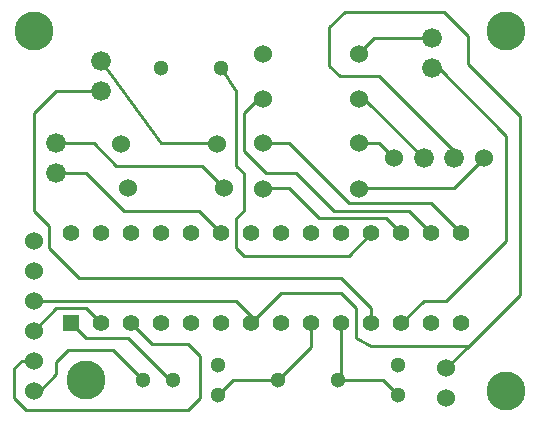
<source format=gtl>
%FSLAX46Y46*%
G04 Gerber Fmt 4.6, Leading zero omitted, Abs format (unit mm)*
G04 Created by KiCad (PCBNEW (2014-jul-16 BZR unknown)-product) date Mon 06 Oct 2014 22:12:13 BST*
%MOMM*%
G01*
G04 APERTURE LIST*
%ADD10C,0.100000*%
%ADD11C,1.300000*%
%ADD12C,1.397000*%
%ADD13R,1.397000X1.397000*%
%ADD14C,1.524000*%
%ADD15C,3.300000*%
%ADD16C,1.676400*%
%ADD17C,0.254000*%
G04 APERTURE END LIST*
D10*
D11*
X106426000Y-117856000D03*
X108966000Y-117856000D03*
X117856000Y-117856000D03*
X122936000Y-117856000D03*
X112776000Y-116586000D03*
X112776000Y-119126000D03*
X128016000Y-116586000D03*
X128016000Y-119126000D03*
D12*
X102870000Y-113030000D03*
X105410000Y-113030000D03*
X107950000Y-113030000D03*
X110490000Y-113030000D03*
X113030000Y-113030000D03*
X115570000Y-113030000D03*
X118110000Y-113030000D03*
X120650000Y-113030000D03*
X123190000Y-113030000D03*
X125730000Y-113030000D03*
X128270000Y-113030000D03*
X130810000Y-113030000D03*
X133350000Y-113030000D03*
D13*
X100330000Y-113030000D03*
D12*
X133350000Y-105410000D03*
X130810000Y-105410000D03*
X128270000Y-105410000D03*
X125730000Y-105410000D03*
X123190000Y-105410000D03*
X120650000Y-105410000D03*
X118110000Y-105410000D03*
X115570000Y-105410000D03*
X113030000Y-105410000D03*
X110490000Y-105410000D03*
X107950000Y-105410000D03*
X105410000Y-105410000D03*
X102870000Y-105410000D03*
X100330000Y-105410000D03*
D11*
X113030000Y-91440000D03*
X107950000Y-91440000D03*
D14*
X132080000Y-116840000D03*
X132080000Y-119380000D03*
X97155000Y-111125000D03*
X97155000Y-113665000D03*
X97155000Y-108585000D03*
X97155000Y-106045000D03*
X97155000Y-116205000D03*
X97155000Y-118745000D03*
D15*
X137160000Y-88265000D03*
X97155000Y-88265000D03*
X137160000Y-118745000D03*
X101600000Y-117856000D03*
D16*
X99060000Y-100330000D03*
X99060000Y-97790000D03*
X130149600Y-99034600D03*
X132689600Y-99034600D03*
D14*
X135229600Y-99034600D03*
X127609600Y-99034600D03*
D16*
X102844600Y-93319600D03*
X102844600Y-90779600D03*
D14*
X124714000Y-97790000D03*
X116586000Y-97790000D03*
X124714000Y-94005400D03*
X116586000Y-94005400D03*
X105105200Y-101523800D03*
X113233200Y-101523800D03*
X116560600Y-90195400D03*
X124688600Y-90195400D03*
X124714000Y-101625400D03*
X116586000Y-101625400D03*
X104521000Y-97815400D03*
X112649000Y-97815400D03*
D16*
X130835400Y-91414600D03*
X130835400Y-88874600D03*
D17*
X97155000Y-118745000D02*
X97663000Y-118745000D01*
X97663000Y-118745000D02*
X99060000Y-117348000D01*
X103886000Y-115316000D02*
X106426000Y-117856000D01*
X100076000Y-115316000D02*
X103886000Y-115316000D01*
X99060000Y-116332000D02*
X100076000Y-115316000D01*
X99060000Y-117348000D02*
X99060000Y-116332000D01*
X108966000Y-117856000D02*
X108712000Y-117856000D01*
X108712000Y-117856000D02*
X105156000Y-114300000D01*
X105156000Y-114300000D02*
X101600000Y-114300000D01*
X101600000Y-114300000D02*
X100330000Y-113030000D01*
X117856000Y-117856000D02*
X114046000Y-117856000D01*
X114046000Y-117856000D02*
X112776000Y-119126000D01*
X120650000Y-113030000D02*
X120650000Y-115062000D01*
X120650000Y-115062000D02*
X117856000Y-117856000D01*
X122936000Y-117856000D02*
X126746000Y-117856000D01*
X126746000Y-117856000D02*
X128016000Y-119126000D01*
X123190000Y-113030000D02*
X123190000Y-117602000D01*
X123190000Y-117602000D02*
X122936000Y-117856000D01*
X124714000Y-97790000D02*
X126365000Y-97790000D01*
X126365000Y-97790000D02*
X127609600Y-99034600D01*
X116586000Y-97790000D02*
X118745000Y-97790000D01*
X123825000Y-102870000D02*
X130810000Y-102870000D01*
X118745000Y-97790000D02*
X123825000Y-102870000D01*
X130810000Y-102870000D02*
X133350000Y-105410000D01*
X125120400Y-94005400D02*
X130149600Y-99034600D01*
X124714000Y-94005400D02*
X125120400Y-94005400D01*
X114935000Y-95250000D02*
X114935000Y-98425000D01*
X114935000Y-98425000D02*
X116840000Y-100330000D01*
X116840000Y-100330000D02*
X119380000Y-100330000D01*
X119380000Y-100330000D02*
X122555000Y-103505000D01*
X122555000Y-103505000D02*
X128905000Y-103505000D01*
X128905000Y-103505000D02*
X130810000Y-105410000D01*
X116586000Y-93980000D02*
X116205000Y-93980000D01*
X116205000Y-93980000D02*
X114935000Y-95250000D01*
X99060000Y-97790000D02*
X102235000Y-97790000D01*
X111379000Y-99695000D02*
X113284000Y-101600000D01*
X104140000Y-99695000D02*
X111379000Y-99695000D01*
X102235000Y-97790000D02*
X104140000Y-99695000D01*
X130810000Y-88900000D02*
X125984000Y-88900000D01*
X125984000Y-88900000D02*
X124714000Y-90170000D01*
X99060000Y-100330000D02*
X101600000Y-100330000D01*
X111125000Y-103505000D02*
X113030000Y-105410000D01*
X104775000Y-103505000D02*
X111125000Y-103505000D01*
X101600000Y-100330000D02*
X104775000Y-103505000D01*
X124714000Y-101600000D02*
X132715000Y-101600000D01*
X132715000Y-101600000D02*
X135255000Y-99060000D01*
X99060000Y-93345000D02*
X97155000Y-95250000D01*
X97155000Y-95250000D02*
X97155000Y-103505000D01*
X97155000Y-103505000D02*
X98425000Y-104775000D01*
X98425000Y-104775000D02*
X98425000Y-106680000D01*
X98425000Y-106680000D02*
X100965000Y-109220000D01*
X100965000Y-109220000D02*
X123190000Y-109220000D01*
X123190000Y-109220000D02*
X125730000Y-111760000D01*
X125730000Y-111760000D02*
X125730000Y-113030000D01*
X102870000Y-93345000D02*
X99060000Y-93345000D01*
X107950000Y-97790000D02*
X102870000Y-90805000D01*
X112649000Y-97790000D02*
X107950000Y-97790000D01*
X128270000Y-113030000D02*
X128270000Y-112395000D01*
X130175000Y-111125000D02*
X128270000Y-113030000D01*
X132080000Y-111125000D02*
X130175000Y-111125000D01*
X137160000Y-106045000D02*
X132080000Y-111125000D01*
X137160000Y-97155000D02*
X137160000Y-106045000D01*
X131445000Y-91440000D02*
X137160000Y-97155000D01*
X130810000Y-91440000D02*
X131445000Y-91440000D01*
X97155000Y-116205000D02*
X96139000Y-116205000D01*
X107188000Y-114808000D02*
X105410000Y-113030000D01*
X110236000Y-114808000D02*
X107188000Y-114808000D01*
X111252000Y-115824000D02*
X110236000Y-114808000D01*
X111252000Y-119380000D02*
X111252000Y-115824000D01*
X110236000Y-120396000D02*
X111252000Y-119380000D01*
X96520000Y-120396000D02*
X110236000Y-120396000D01*
X95504000Y-119380000D02*
X96520000Y-120396000D01*
X95504000Y-116840000D02*
X95504000Y-119380000D01*
X96139000Y-116205000D02*
X95504000Y-116840000D01*
X97155000Y-116205000D02*
X96647000Y-116205000D01*
X97155000Y-113665000D02*
X99060000Y-111760000D01*
X101600000Y-111760000D02*
X102870000Y-113030000D01*
X99060000Y-111760000D02*
X101600000Y-111760000D01*
X102870000Y-112395000D02*
X102870000Y-113030000D01*
X127000000Y-104140000D02*
X128270000Y-105410000D01*
X116586000Y-101600000D02*
X118745000Y-101600000D01*
X121285000Y-104140000D02*
X127000000Y-104140000D01*
X118745000Y-101600000D02*
X121285000Y-104140000D01*
X114300000Y-93345000D02*
X114300000Y-96520000D01*
X114300000Y-96520000D02*
X114300000Y-99695000D01*
X114300000Y-99695000D02*
X114935000Y-100330000D01*
X114935000Y-100330000D02*
X114935000Y-103505000D01*
X114935000Y-103505000D02*
X114300000Y-104140000D01*
X114300000Y-104140000D02*
X114300000Y-106680000D01*
X114300000Y-106680000D02*
X114935000Y-107315000D01*
X114935000Y-107315000D02*
X123825000Y-107315000D01*
X123825000Y-107315000D02*
X125730000Y-105410000D01*
X113030000Y-91440000D02*
X114300000Y-93345000D01*
X97155000Y-111125000D02*
X114300000Y-111125000D01*
X114300000Y-111125000D02*
X115570000Y-112395000D01*
X115570000Y-112395000D02*
X115570000Y-113030000D01*
X132080000Y-116840000D02*
X132080000Y-116840000D01*
X132080000Y-116840000D02*
X133985000Y-114935000D01*
X124460000Y-111760000D02*
X123190000Y-110490000D01*
X124460000Y-114300000D02*
X124460000Y-111760000D01*
X125730000Y-114935000D02*
X124460000Y-114300000D01*
X132080000Y-114935000D02*
X125730000Y-114935000D01*
X118110000Y-110490000D02*
X115570000Y-113030000D01*
X133985000Y-114935000D02*
X132080000Y-114935000D01*
X123190000Y-110490000D02*
X118110000Y-110490000D01*
X138303000Y-110617000D02*
X133985000Y-114935000D01*
X138303000Y-95478600D02*
X138303000Y-110617000D01*
X133908800Y-91084400D02*
X138303000Y-95478600D01*
X133908800Y-88696800D02*
X133908800Y-91084400D01*
X131851400Y-86639400D02*
X133908800Y-88696800D01*
X123469400Y-86639400D02*
X131851400Y-86639400D01*
X122148600Y-87960200D02*
X123469400Y-86639400D01*
X122148600Y-91211400D02*
X122148600Y-87960200D01*
X123037600Y-92100400D02*
X122148600Y-91211400D01*
X126390400Y-92100400D02*
X123037600Y-92100400D01*
X132689600Y-98399600D02*
X126390400Y-92100400D01*
X132689600Y-99034600D02*
X132689600Y-98399600D01*
M02*

</source>
